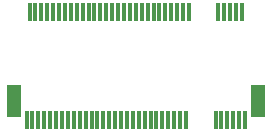
<source format=gtp>
G75*
%MOIN*%
%OFA0B0*%
%FSLAX25Y25*%
%IPPOS*%
%LPD*%
%AMOC8*
5,1,8,0,0,1.08239X$1,22.5*
%
%ADD10R,0.01181X0.06102*%
%ADD11R,0.04724X0.10827*%
D10*
X0021276Y0016551D03*
X0023244Y0016551D03*
X0025213Y0016551D03*
X0027181Y0016551D03*
X0029150Y0016551D03*
X0031118Y0016551D03*
X0033087Y0016551D03*
X0035055Y0016551D03*
X0037024Y0016551D03*
X0038992Y0016551D03*
X0040961Y0016551D03*
X0042929Y0016551D03*
X0044898Y0016551D03*
X0046866Y0016551D03*
X0048835Y0016551D03*
X0050803Y0016551D03*
X0052772Y0016551D03*
X0054740Y0016551D03*
X0056709Y0016551D03*
X0058677Y0016551D03*
X0060646Y0016551D03*
X0062614Y0016551D03*
X0064583Y0016551D03*
X0066551Y0016551D03*
X0068520Y0016551D03*
X0070488Y0016551D03*
X0072457Y0016551D03*
X0074425Y0016551D03*
X0084268Y0016551D03*
X0086236Y0016551D03*
X0088205Y0016551D03*
X0090173Y0016551D03*
X0092142Y0016551D03*
X0094110Y0016551D03*
X0093126Y0052378D03*
X0091157Y0052378D03*
X0089189Y0052378D03*
X0087220Y0052378D03*
X0085252Y0052378D03*
X0075409Y0052378D03*
X0073441Y0052378D03*
X0071472Y0052378D03*
X0069504Y0052378D03*
X0067535Y0052378D03*
X0065567Y0052378D03*
X0063598Y0052378D03*
X0061630Y0052378D03*
X0059661Y0052378D03*
X0057693Y0052378D03*
X0055724Y0052378D03*
X0053756Y0052378D03*
X0051787Y0052378D03*
X0049819Y0052378D03*
X0047850Y0052378D03*
X0045882Y0052378D03*
X0043913Y0052378D03*
X0041945Y0052378D03*
X0039976Y0052378D03*
X0038008Y0052378D03*
X0036039Y0052378D03*
X0034071Y0052378D03*
X0032102Y0052378D03*
X0030134Y0052378D03*
X0028165Y0052378D03*
X0026197Y0052378D03*
X0024228Y0052378D03*
X0022260Y0052378D03*
D11*
X0016945Y0022654D03*
X0098441Y0022654D03*
M02*

</source>
